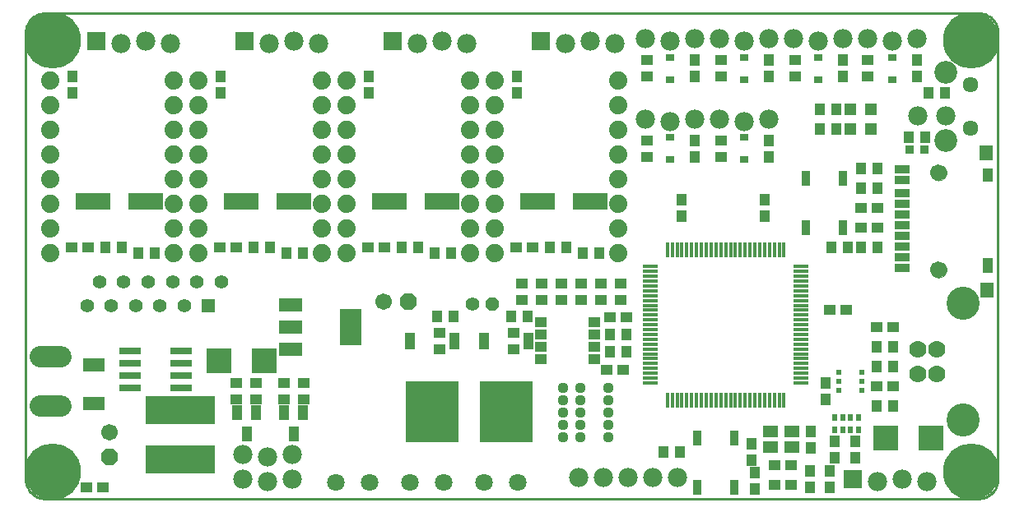
<source format=gts>
G75*
G70*
%OFA0B0*%
%FSLAX24Y24*%
%IPPOS*%
%LPD*%
%AMOC8*
5,1,8,0,0,1.08239X$1,22.5*
%
%ADD10C,0.0100*%
%ADD11R,0.0146X0.0631*%
%ADD12R,0.0631X0.0146*%
%ADD13R,0.0591X0.0512*%
%ADD14R,0.0473X0.0434*%
%ADD15R,0.0434X0.0473*%
%ADD16R,0.0340X0.0640*%
%ADD17C,0.0700*%
%ADD18C,0.1340*%
%ADD19R,0.0237X0.0237*%
%ADD20R,0.0367X0.0288*%
%ADD21R,0.0512X0.0512*%
%ADD22R,0.1040X0.1040*%
%ADD23C,0.0926*%
%ADD24C,0.0634*%
%ADD25C,0.0780*%
%ADD26R,0.0355X0.0355*%
%ADD27R,0.0571X0.0631*%
%ADD28R,0.0434X0.0591*%
%ADD29R,0.0434X0.0552*%
%ADD30R,0.0631X0.0335*%
%ADD31C,0.0000*%
%ADD32C,0.0670*%
%ADD33C,0.0740*%
%ADD34R,0.1418X0.0670*%
%ADD35R,0.0780X0.0780*%
%ADD36R,0.2166X0.2481*%
%ADD37R,0.0434X0.0670*%
%ADD38C,0.0709*%
%ADD39R,0.0920X0.0520*%
%ADD40R,0.0906X0.1457*%
%ADD41R,0.0237X0.0296*%
%ADD42R,0.0555X0.0555*%
%ADD43C,0.0555*%
%ADD44C,0.0865*%
%ADD45R,0.2796X0.1162*%
%ADD46C,0.0440*%
%ADD47R,0.0910X0.0280*%
%ADD48R,0.0867X0.0540*%
%ADD49OC8,0.0670*%
%ADD50C,0.0670*%
%ADD51OC8,0.0560*%
%ADD52C,0.0560*%
%ADD53R,0.0490X0.0400*%
%ADD54C,0.2290*%
D10*
X003080Y001725D02*
X003080Y019835D01*
X003082Y019889D01*
X003087Y019942D01*
X003096Y019995D01*
X003109Y020047D01*
X003125Y020099D01*
X003145Y020149D01*
X003168Y020197D01*
X003195Y020244D01*
X003224Y020289D01*
X003257Y020332D01*
X003292Y020372D01*
X003330Y020410D01*
X003370Y020445D01*
X003413Y020478D01*
X003458Y020507D01*
X003505Y020534D01*
X003553Y020557D01*
X003603Y020577D01*
X003655Y020593D01*
X003707Y020606D01*
X003760Y020615D01*
X003813Y020620D01*
X003867Y020622D01*
X041663Y020622D01*
X041717Y020620D01*
X041770Y020615D01*
X041823Y020606D01*
X041875Y020593D01*
X041927Y020577D01*
X041977Y020557D01*
X042025Y020534D01*
X042072Y020507D01*
X042117Y020478D01*
X042160Y020445D01*
X042200Y020410D01*
X042238Y020372D01*
X042273Y020332D01*
X042306Y020289D01*
X042335Y020244D01*
X042362Y020197D01*
X042385Y020149D01*
X042405Y020099D01*
X042421Y020047D01*
X042434Y019995D01*
X042443Y019942D01*
X042448Y019889D01*
X042450Y019835D01*
X042450Y001725D01*
X042448Y001671D01*
X042443Y001618D01*
X042434Y001565D01*
X042421Y001513D01*
X042405Y001461D01*
X042385Y001411D01*
X042362Y001363D01*
X042335Y001316D01*
X042306Y001271D01*
X042273Y001228D01*
X042238Y001188D01*
X042200Y001150D01*
X042160Y001115D01*
X042117Y001082D01*
X042072Y001053D01*
X042025Y001026D01*
X041977Y001003D01*
X041927Y000983D01*
X041875Y000967D01*
X041823Y000954D01*
X041770Y000945D01*
X041717Y000940D01*
X041663Y000938D01*
X041663Y000937D02*
X003867Y000937D01*
X003867Y000938D02*
X003813Y000940D01*
X003760Y000945D01*
X003707Y000954D01*
X003655Y000967D01*
X003603Y000983D01*
X003553Y001003D01*
X003505Y001026D01*
X003458Y001053D01*
X003413Y001082D01*
X003370Y001115D01*
X003330Y001150D01*
X003292Y001188D01*
X003257Y001228D01*
X003224Y001271D01*
X003195Y001316D01*
X003168Y001363D01*
X003145Y001411D01*
X003125Y001461D01*
X003109Y001513D01*
X003096Y001565D01*
X003087Y001618D01*
X003082Y001671D01*
X003080Y001725D01*
D11*
X029068Y004936D03*
X029265Y004936D03*
X029461Y004936D03*
X029658Y004936D03*
X029855Y004936D03*
X030052Y004936D03*
X030249Y004936D03*
X030446Y004936D03*
X030643Y004936D03*
X030839Y004936D03*
X031036Y004936D03*
X031233Y004936D03*
X031430Y004936D03*
X031627Y004936D03*
X031824Y004936D03*
X032021Y004936D03*
X032217Y004936D03*
X032414Y004936D03*
X032611Y004936D03*
X032808Y004936D03*
X033005Y004936D03*
X033202Y004936D03*
X033399Y004936D03*
X033595Y004936D03*
X033792Y004936D03*
X033792Y011038D03*
X033595Y011038D03*
X033399Y011038D03*
X033202Y011038D03*
X033005Y011038D03*
X032808Y011038D03*
X032611Y011038D03*
X032414Y011038D03*
X032217Y011038D03*
X032021Y011038D03*
X031824Y011038D03*
X031627Y011038D03*
X031430Y011038D03*
X031233Y011038D03*
X031036Y011038D03*
X030839Y011038D03*
X030643Y011038D03*
X030446Y011038D03*
X030249Y011038D03*
X030052Y011038D03*
X029855Y011038D03*
X029658Y011038D03*
X029461Y011038D03*
X029265Y011038D03*
X029068Y011038D03*
D12*
X028379Y010350D03*
X028379Y010153D03*
X028379Y009956D03*
X028379Y009759D03*
X028379Y009562D03*
X028379Y009365D03*
X028379Y009168D03*
X028379Y008972D03*
X028379Y008775D03*
X028379Y008578D03*
X028379Y008381D03*
X028379Y008184D03*
X028379Y007987D03*
X028379Y007790D03*
X028379Y007594D03*
X028379Y007397D03*
X028379Y007200D03*
X028379Y007003D03*
X028379Y006806D03*
X028379Y006609D03*
X028379Y006412D03*
X028379Y006216D03*
X028379Y006019D03*
X028379Y005822D03*
X028379Y005625D03*
X034481Y005625D03*
X034481Y005822D03*
X034481Y006019D03*
X034481Y006216D03*
X034481Y006412D03*
X034481Y006609D03*
X034481Y006806D03*
X034481Y007003D03*
X034481Y007200D03*
X034481Y007397D03*
X034481Y007594D03*
X034481Y007790D03*
X034481Y007987D03*
X034481Y008184D03*
X034481Y008381D03*
X034481Y008578D03*
X034481Y008775D03*
X034481Y008972D03*
X034481Y009168D03*
X034481Y009365D03*
X034481Y009562D03*
X034481Y009759D03*
X034481Y009956D03*
X034481Y010153D03*
X034481Y010350D03*
D13*
X034113Y003652D03*
X033247Y003652D03*
X033247Y003022D03*
X034113Y003022D03*
D14*
X034065Y002287D03*
X033395Y002287D03*
X033395Y001487D03*
X034065Y001487D03*
X037545Y005487D03*
X038215Y005487D03*
X038215Y007887D03*
X037545Y007887D03*
X036315Y008587D03*
X035645Y008587D03*
X036895Y011937D03*
X037565Y011937D03*
X037565Y012737D03*
X036895Y012737D03*
X031230Y014803D03*
X031230Y015472D03*
X028230Y015472D03*
X028230Y014803D03*
X028230Y018053D03*
X028230Y018722D03*
X031230Y018722D03*
X031230Y018053D03*
X034230Y018053D03*
X034230Y018722D03*
X037180Y018722D03*
X037180Y018053D03*
X023615Y011137D03*
X022945Y011137D03*
X023180Y009672D03*
X023980Y009672D03*
X024780Y009672D03*
X025580Y009672D03*
X026380Y009672D03*
X027180Y009672D03*
X027180Y009003D03*
X026380Y009003D03*
X025580Y009003D03*
X024780Y009003D03*
X023980Y009003D03*
X023180Y009003D03*
X022830Y007672D03*
X022830Y007003D03*
X019830Y007003D03*
X019830Y007672D03*
X014330Y005622D03*
X013530Y005622D03*
X013530Y004953D03*
X014330Y004953D03*
X012405Y004953D03*
X011605Y004953D03*
X011605Y005622D03*
X012405Y005622D03*
X006215Y001387D03*
X005545Y001387D03*
X005615Y011137D03*
X004945Y011137D03*
X010945Y011137D03*
X011615Y011137D03*
X016945Y011137D03*
X017615Y011137D03*
X026745Y008307D03*
X027415Y008307D03*
X027265Y006167D03*
X026595Y006167D03*
D15*
X026745Y006887D03*
X027415Y006887D03*
X027415Y007607D03*
X026745Y007607D03*
X023415Y008337D03*
X022745Y008337D03*
X020415Y008337D03*
X019745Y008337D03*
X019645Y010887D03*
X020315Y010887D03*
X018965Y011137D03*
X018295Y011137D03*
X014315Y010887D03*
X013645Y010887D03*
X012965Y011137D03*
X012295Y011137D03*
X008315Y010887D03*
X007645Y010887D03*
X006965Y011137D03*
X006295Y011137D03*
X004980Y017403D03*
X004980Y018072D03*
X010980Y018072D03*
X010980Y017403D03*
X016980Y017403D03*
X016980Y018072D03*
X022980Y018072D03*
X022980Y017403D03*
X030180Y018053D03*
X030180Y018722D03*
X033180Y018722D03*
X033180Y018053D03*
X035245Y016737D03*
X035915Y016737D03*
X035915Y015937D03*
X035245Y015937D03*
X033180Y015472D03*
X033180Y014803D03*
X030180Y014803D03*
X030180Y015472D03*
X029655Y013072D03*
X029655Y012403D03*
X026315Y010887D03*
X025645Y010887D03*
X024965Y011137D03*
X024295Y011137D03*
X033005Y012403D03*
X033005Y013072D03*
X036895Y013537D03*
X037565Y013537D03*
X037565Y014337D03*
X036895Y014337D03*
X038845Y015587D03*
X039515Y015587D03*
X039645Y017387D03*
X040315Y017387D03*
X039180Y018053D03*
X039180Y018722D03*
X036180Y018722D03*
X036180Y018053D03*
X036365Y011137D03*
X036895Y011137D03*
X037565Y011137D03*
X035695Y011137D03*
X037545Y007087D03*
X038215Y007087D03*
X038215Y006287D03*
X037545Y006287D03*
X035480Y005622D03*
X035480Y004953D03*
X037545Y004687D03*
X038215Y004687D03*
X036680Y003272D03*
X035830Y003272D03*
X034880Y003003D03*
X035830Y002603D03*
X036680Y002603D03*
X035630Y002072D03*
X034830Y002072D03*
X034830Y001403D03*
X035630Y001403D03*
X032605Y001328D03*
X032605Y001997D03*
X032480Y002503D03*
X032480Y003172D03*
X034880Y003672D03*
X029565Y002837D03*
X028895Y002837D03*
D16*
X030280Y003387D03*
X031780Y003387D03*
X031780Y001387D03*
X030280Y001387D03*
X034680Y011937D03*
X036180Y011937D03*
X036180Y013937D03*
X034680Y013937D03*
D17*
X039200Y006979D03*
X039980Y006979D03*
X039980Y005995D03*
X039200Y005995D03*
D18*
X041050Y004117D03*
X041050Y008857D03*
D19*
X036952Y006061D03*
X036952Y005687D03*
X036952Y005313D03*
X036008Y005313D03*
X036008Y005687D03*
X036008Y006061D03*
D20*
X032180Y014685D03*
X032180Y015590D03*
X029180Y015590D03*
X029180Y014685D03*
X029180Y017935D03*
X029180Y018840D03*
X032180Y018840D03*
X032180Y017935D03*
X035180Y017935D03*
X035180Y018840D03*
X038180Y018840D03*
X038180Y017935D03*
D21*
X037293Y016737D03*
X036467Y016737D03*
X036467Y015937D03*
X037293Y015937D03*
D22*
X012755Y006537D03*
X010905Y006537D03*
X037905Y003387D03*
X039755Y003387D03*
D23*
X040346Y015459D03*
X040346Y018215D03*
D24*
X041330Y017723D03*
X041330Y015951D03*
D25*
X040350Y016467D03*
X039210Y016467D03*
X033168Y016337D03*
X032168Y016237D03*
X031168Y016337D03*
X030168Y016337D03*
X029168Y016237D03*
X028168Y016337D03*
X026930Y019387D03*
X025930Y019487D03*
X024930Y019387D03*
X028168Y019587D03*
X029168Y019487D03*
X030168Y019587D03*
X031168Y019587D03*
X032168Y019487D03*
X033168Y019587D03*
X034168Y019587D03*
X035168Y019487D03*
X036168Y019587D03*
X037168Y019587D03*
X038168Y019487D03*
X039168Y019587D03*
X020930Y019387D03*
X019930Y019487D03*
X018930Y019387D03*
X014930Y019387D03*
X013930Y019487D03*
X012930Y019387D03*
X008930Y019387D03*
X007930Y019487D03*
X006930Y019387D03*
X011880Y002737D03*
X012880Y002637D03*
X013880Y002737D03*
X013880Y001737D03*
X012880Y001637D03*
X011880Y001737D03*
X025480Y001787D03*
X026480Y001787D03*
X027480Y001787D03*
X028480Y001787D03*
X029480Y001787D03*
X037580Y001637D03*
X038580Y001737D03*
X039580Y001637D03*
D26*
X039475Y015087D03*
X038885Y015087D03*
D27*
X041983Y014973D03*
X042002Y009402D03*
D28*
X042042Y010396D03*
X014304Y004420D03*
X013556Y004420D03*
X012404Y004420D03*
X011656Y004420D03*
X012030Y003554D03*
X013930Y003554D03*
D29*
X042042Y014067D03*
D30*
X038587Y013851D03*
X038587Y014284D03*
X038587Y013339D03*
X038587Y012906D03*
X038587Y012473D03*
X038587Y012040D03*
X038587Y011607D03*
X038587Y011174D03*
X038587Y010740D03*
X038587Y010307D03*
D31*
X039739Y010219D02*
X039741Y010254D01*
X039747Y010289D01*
X039757Y010323D01*
X039770Y010356D01*
X039787Y010387D01*
X039808Y010415D01*
X039831Y010442D01*
X039858Y010465D01*
X039886Y010486D01*
X039917Y010503D01*
X039950Y010516D01*
X039984Y010526D01*
X040019Y010532D01*
X040054Y010534D01*
X040089Y010532D01*
X040124Y010526D01*
X040158Y010516D01*
X040191Y010503D01*
X040222Y010486D01*
X040250Y010465D01*
X040277Y010442D01*
X040300Y010415D01*
X040321Y010387D01*
X040338Y010356D01*
X040351Y010323D01*
X040361Y010289D01*
X040367Y010254D01*
X040369Y010219D01*
X040367Y010184D01*
X040361Y010149D01*
X040351Y010115D01*
X040338Y010082D01*
X040321Y010051D01*
X040300Y010023D01*
X040277Y009996D01*
X040250Y009973D01*
X040222Y009952D01*
X040191Y009935D01*
X040158Y009922D01*
X040124Y009912D01*
X040089Y009906D01*
X040054Y009904D01*
X040019Y009906D01*
X039984Y009912D01*
X039950Y009922D01*
X039917Y009935D01*
X039886Y009952D01*
X039858Y009973D01*
X039831Y009996D01*
X039808Y010023D01*
X039787Y010051D01*
X039770Y010082D01*
X039757Y010115D01*
X039747Y010149D01*
X039741Y010184D01*
X039739Y010219D01*
X039739Y014156D02*
X039741Y014191D01*
X039747Y014226D01*
X039757Y014260D01*
X039770Y014293D01*
X039787Y014324D01*
X039808Y014352D01*
X039831Y014379D01*
X039858Y014402D01*
X039886Y014423D01*
X039917Y014440D01*
X039950Y014453D01*
X039984Y014463D01*
X040019Y014469D01*
X040054Y014471D01*
X040089Y014469D01*
X040124Y014463D01*
X040158Y014453D01*
X040191Y014440D01*
X040222Y014423D01*
X040250Y014402D01*
X040277Y014379D01*
X040300Y014352D01*
X040321Y014324D01*
X040338Y014293D01*
X040351Y014260D01*
X040361Y014226D01*
X040367Y014191D01*
X040369Y014156D01*
X040367Y014121D01*
X040361Y014086D01*
X040351Y014052D01*
X040338Y014019D01*
X040321Y013988D01*
X040300Y013960D01*
X040277Y013933D01*
X040250Y013910D01*
X040222Y013889D01*
X040191Y013872D01*
X040158Y013859D01*
X040124Y013849D01*
X040089Y013843D01*
X040054Y013841D01*
X040019Y013843D01*
X039984Y013849D01*
X039950Y013859D01*
X039917Y013872D01*
X039886Y013889D01*
X039858Y013910D01*
X039831Y013933D01*
X039808Y013960D01*
X039787Y013988D01*
X039770Y014019D01*
X039757Y014052D01*
X039747Y014086D01*
X039741Y014121D01*
X039739Y014156D01*
D32*
X040054Y014156D03*
X040054Y010219D03*
D33*
X027080Y010887D03*
X027080Y011887D03*
X027080Y012887D03*
X027080Y013887D03*
X027080Y014887D03*
X027080Y015887D03*
X027080Y016887D03*
X027080Y017887D03*
X022080Y017887D03*
X021080Y017887D03*
X021080Y016887D03*
X022080Y016887D03*
X022080Y015887D03*
X021080Y015887D03*
X021080Y014887D03*
X022080Y014887D03*
X022080Y013887D03*
X021080Y013887D03*
X021080Y012887D03*
X022080Y012887D03*
X022080Y011887D03*
X021080Y011887D03*
X021080Y010887D03*
X022080Y010887D03*
X016080Y010887D03*
X015080Y010887D03*
X015080Y011887D03*
X016080Y011887D03*
X016080Y012887D03*
X015080Y012887D03*
X015080Y013887D03*
X016080Y013887D03*
X016080Y014887D03*
X015080Y014887D03*
X015080Y015887D03*
X016080Y015887D03*
X016080Y016887D03*
X015080Y016887D03*
X015080Y017887D03*
X016080Y017887D03*
X010080Y017887D03*
X009080Y017887D03*
X009080Y016887D03*
X010080Y016887D03*
X010080Y015887D03*
X009080Y015887D03*
X009080Y014887D03*
X010080Y014887D03*
X010080Y013887D03*
X009080Y013887D03*
X009080Y012887D03*
X010080Y012887D03*
X010080Y011887D03*
X009080Y011887D03*
X009080Y010887D03*
X010080Y010887D03*
X004080Y010887D03*
X004080Y011887D03*
X004080Y012887D03*
X004080Y013887D03*
X004080Y014887D03*
X004080Y015887D03*
X004080Y016887D03*
X004080Y017887D03*
D34*
X005817Y012987D03*
X007943Y012987D03*
X011817Y012987D03*
X013943Y012987D03*
X017817Y012987D03*
X019943Y012987D03*
X023817Y012987D03*
X025943Y012987D03*
D35*
X023930Y019487D03*
X017930Y019487D03*
X011930Y019487D03*
X005930Y019487D03*
X036580Y001737D03*
D36*
X022530Y004453D03*
X019530Y004453D03*
D37*
X018632Y007327D03*
X020428Y007327D03*
X021632Y007327D03*
X023428Y007327D03*
D38*
X023019Y001598D03*
X021641Y001598D03*
X020019Y001598D03*
X018641Y001598D03*
X017019Y001598D03*
X015641Y001598D03*
D39*
X013810Y006977D03*
X013810Y007887D03*
X013810Y008797D03*
D40*
X016250Y007887D03*
D41*
X035858Y004233D03*
X036173Y004233D03*
X036487Y004233D03*
X036802Y004233D03*
X036802Y003741D03*
X036487Y003741D03*
X036173Y003741D03*
X035858Y003741D03*
D42*
X010487Y008745D03*
D43*
X009503Y008745D03*
X008519Y008745D03*
X007535Y008745D03*
X006550Y008745D03*
X005566Y008745D03*
X006074Y009729D03*
X007058Y009729D03*
X008043Y009729D03*
X009027Y009729D03*
X010011Y009729D03*
X010995Y009729D03*
D44*
X004493Y006687D02*
X003668Y006687D01*
X003668Y004687D02*
X004493Y004687D01*
D45*
X009330Y004537D03*
X009330Y002537D03*
D46*
X024830Y003437D03*
X025530Y003437D03*
X025530Y003937D03*
X024830Y003937D03*
X024830Y004437D03*
X025530Y004437D03*
X025530Y004937D03*
X024830Y004937D03*
X024830Y005437D03*
X025530Y005437D03*
X026680Y005437D03*
X026680Y004937D03*
X026680Y004437D03*
X026680Y003937D03*
X026680Y003437D03*
D47*
X009360Y005437D03*
X009360Y005937D03*
X009360Y006437D03*
X009360Y006937D03*
X007300Y006937D03*
X007300Y006437D03*
X007300Y005937D03*
X007300Y005437D03*
D48*
X005830Y004808D03*
X005830Y006367D03*
D49*
X006480Y002637D03*
X018580Y008937D03*
D50*
X017580Y008937D03*
X006480Y003637D03*
D51*
X021980Y008837D03*
D52*
X021180Y008837D03*
D53*
X023955Y008087D03*
X023955Y007587D03*
X023955Y007087D03*
X023955Y006587D03*
X026105Y006587D03*
X026105Y007087D03*
X026105Y007587D03*
X026105Y008087D03*
D54*
X041380Y002037D03*
X004180Y002037D03*
X004180Y019537D03*
X041380Y019537D03*
M02*

</source>
